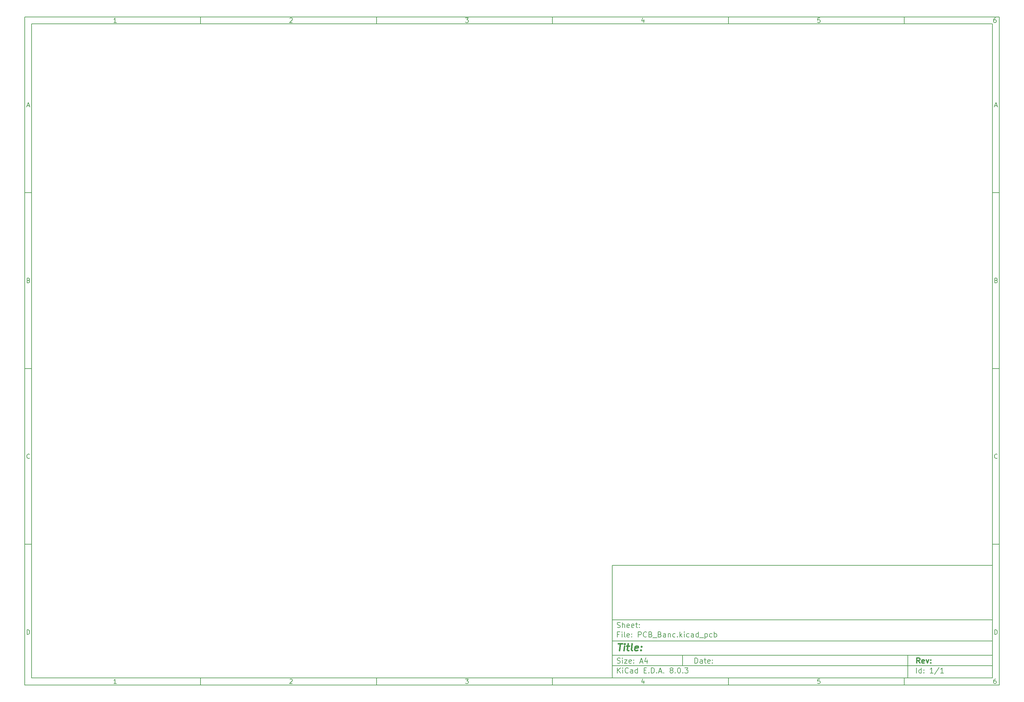
<source format=gbr>
%TF.GenerationSoftware,KiCad,Pcbnew,8.0.3*%
%TF.CreationDate,2024-09-18T10:17:04+02:00*%
%TF.ProjectId,PCB_Banc,5043425f-4261-46e6-932e-6b696361645f,rev?*%
%TF.SameCoordinates,Original*%
%TF.FileFunction,Legend,Bot*%
%TF.FilePolarity,Positive*%
%FSLAX46Y46*%
G04 Gerber Fmt 4.6, Leading zero omitted, Abs format (unit mm)*
G04 Created by KiCad (PCBNEW 8.0.3) date 2024-09-18 10:17:04*
%MOMM*%
%LPD*%
G01*
G04 APERTURE LIST*
%ADD10C,0.100000*%
%ADD11C,0.150000*%
%ADD12C,0.300000*%
%ADD13C,0.400000*%
G04 APERTURE END LIST*
D10*
D11*
X177002200Y-166007200D02*
X285002200Y-166007200D01*
X285002200Y-198007200D01*
X177002200Y-198007200D01*
X177002200Y-166007200D01*
D10*
D11*
X10000000Y-10000000D02*
X287002200Y-10000000D01*
X287002200Y-200007200D01*
X10000000Y-200007200D01*
X10000000Y-10000000D01*
D10*
D11*
X12000000Y-12000000D02*
X285002200Y-12000000D01*
X285002200Y-198007200D01*
X12000000Y-198007200D01*
X12000000Y-12000000D01*
D10*
D11*
X60000000Y-12000000D02*
X60000000Y-10000000D01*
D10*
D11*
X110000000Y-12000000D02*
X110000000Y-10000000D01*
D10*
D11*
X160000000Y-12000000D02*
X160000000Y-10000000D01*
D10*
D11*
X210000000Y-12000000D02*
X210000000Y-10000000D01*
D10*
D11*
X260000000Y-12000000D02*
X260000000Y-10000000D01*
D10*
D11*
X36089160Y-11593604D02*
X35346303Y-11593604D01*
X35717731Y-11593604D02*
X35717731Y-10293604D01*
X35717731Y-10293604D02*
X35593922Y-10479319D01*
X35593922Y-10479319D02*
X35470112Y-10603128D01*
X35470112Y-10603128D02*
X35346303Y-10665033D01*
D10*
D11*
X85346303Y-10417414D02*
X85408207Y-10355509D01*
X85408207Y-10355509D02*
X85532017Y-10293604D01*
X85532017Y-10293604D02*
X85841541Y-10293604D01*
X85841541Y-10293604D02*
X85965350Y-10355509D01*
X85965350Y-10355509D02*
X86027255Y-10417414D01*
X86027255Y-10417414D02*
X86089160Y-10541223D01*
X86089160Y-10541223D02*
X86089160Y-10665033D01*
X86089160Y-10665033D02*
X86027255Y-10850747D01*
X86027255Y-10850747D02*
X85284398Y-11593604D01*
X85284398Y-11593604D02*
X86089160Y-11593604D01*
D10*
D11*
X135284398Y-10293604D02*
X136089160Y-10293604D01*
X136089160Y-10293604D02*
X135655826Y-10788842D01*
X135655826Y-10788842D02*
X135841541Y-10788842D01*
X135841541Y-10788842D02*
X135965350Y-10850747D01*
X135965350Y-10850747D02*
X136027255Y-10912652D01*
X136027255Y-10912652D02*
X136089160Y-11036461D01*
X136089160Y-11036461D02*
X136089160Y-11345985D01*
X136089160Y-11345985D02*
X136027255Y-11469795D01*
X136027255Y-11469795D02*
X135965350Y-11531700D01*
X135965350Y-11531700D02*
X135841541Y-11593604D01*
X135841541Y-11593604D02*
X135470112Y-11593604D01*
X135470112Y-11593604D02*
X135346303Y-11531700D01*
X135346303Y-11531700D02*
X135284398Y-11469795D01*
D10*
D11*
X185965350Y-10726938D02*
X185965350Y-11593604D01*
X185655826Y-10231700D02*
X185346303Y-11160271D01*
X185346303Y-11160271D02*
X186151064Y-11160271D01*
D10*
D11*
X236027255Y-10293604D02*
X235408207Y-10293604D01*
X235408207Y-10293604D02*
X235346303Y-10912652D01*
X235346303Y-10912652D02*
X235408207Y-10850747D01*
X235408207Y-10850747D02*
X235532017Y-10788842D01*
X235532017Y-10788842D02*
X235841541Y-10788842D01*
X235841541Y-10788842D02*
X235965350Y-10850747D01*
X235965350Y-10850747D02*
X236027255Y-10912652D01*
X236027255Y-10912652D02*
X236089160Y-11036461D01*
X236089160Y-11036461D02*
X236089160Y-11345985D01*
X236089160Y-11345985D02*
X236027255Y-11469795D01*
X236027255Y-11469795D02*
X235965350Y-11531700D01*
X235965350Y-11531700D02*
X235841541Y-11593604D01*
X235841541Y-11593604D02*
X235532017Y-11593604D01*
X235532017Y-11593604D02*
X235408207Y-11531700D01*
X235408207Y-11531700D02*
X235346303Y-11469795D01*
D10*
D11*
X285965350Y-10293604D02*
X285717731Y-10293604D01*
X285717731Y-10293604D02*
X285593922Y-10355509D01*
X285593922Y-10355509D02*
X285532017Y-10417414D01*
X285532017Y-10417414D02*
X285408207Y-10603128D01*
X285408207Y-10603128D02*
X285346303Y-10850747D01*
X285346303Y-10850747D02*
X285346303Y-11345985D01*
X285346303Y-11345985D02*
X285408207Y-11469795D01*
X285408207Y-11469795D02*
X285470112Y-11531700D01*
X285470112Y-11531700D02*
X285593922Y-11593604D01*
X285593922Y-11593604D02*
X285841541Y-11593604D01*
X285841541Y-11593604D02*
X285965350Y-11531700D01*
X285965350Y-11531700D02*
X286027255Y-11469795D01*
X286027255Y-11469795D02*
X286089160Y-11345985D01*
X286089160Y-11345985D02*
X286089160Y-11036461D01*
X286089160Y-11036461D02*
X286027255Y-10912652D01*
X286027255Y-10912652D02*
X285965350Y-10850747D01*
X285965350Y-10850747D02*
X285841541Y-10788842D01*
X285841541Y-10788842D02*
X285593922Y-10788842D01*
X285593922Y-10788842D02*
X285470112Y-10850747D01*
X285470112Y-10850747D02*
X285408207Y-10912652D01*
X285408207Y-10912652D02*
X285346303Y-11036461D01*
D10*
D11*
X60000000Y-198007200D02*
X60000000Y-200007200D01*
D10*
D11*
X110000000Y-198007200D02*
X110000000Y-200007200D01*
D10*
D11*
X160000000Y-198007200D02*
X160000000Y-200007200D01*
D10*
D11*
X210000000Y-198007200D02*
X210000000Y-200007200D01*
D10*
D11*
X260000000Y-198007200D02*
X260000000Y-200007200D01*
D10*
D11*
X36089160Y-199600804D02*
X35346303Y-199600804D01*
X35717731Y-199600804D02*
X35717731Y-198300804D01*
X35717731Y-198300804D02*
X35593922Y-198486519D01*
X35593922Y-198486519D02*
X35470112Y-198610328D01*
X35470112Y-198610328D02*
X35346303Y-198672233D01*
D10*
D11*
X85346303Y-198424614D02*
X85408207Y-198362709D01*
X85408207Y-198362709D02*
X85532017Y-198300804D01*
X85532017Y-198300804D02*
X85841541Y-198300804D01*
X85841541Y-198300804D02*
X85965350Y-198362709D01*
X85965350Y-198362709D02*
X86027255Y-198424614D01*
X86027255Y-198424614D02*
X86089160Y-198548423D01*
X86089160Y-198548423D02*
X86089160Y-198672233D01*
X86089160Y-198672233D02*
X86027255Y-198857947D01*
X86027255Y-198857947D02*
X85284398Y-199600804D01*
X85284398Y-199600804D02*
X86089160Y-199600804D01*
D10*
D11*
X135284398Y-198300804D02*
X136089160Y-198300804D01*
X136089160Y-198300804D02*
X135655826Y-198796042D01*
X135655826Y-198796042D02*
X135841541Y-198796042D01*
X135841541Y-198796042D02*
X135965350Y-198857947D01*
X135965350Y-198857947D02*
X136027255Y-198919852D01*
X136027255Y-198919852D02*
X136089160Y-199043661D01*
X136089160Y-199043661D02*
X136089160Y-199353185D01*
X136089160Y-199353185D02*
X136027255Y-199476995D01*
X136027255Y-199476995D02*
X135965350Y-199538900D01*
X135965350Y-199538900D02*
X135841541Y-199600804D01*
X135841541Y-199600804D02*
X135470112Y-199600804D01*
X135470112Y-199600804D02*
X135346303Y-199538900D01*
X135346303Y-199538900D02*
X135284398Y-199476995D01*
D10*
D11*
X185965350Y-198734138D02*
X185965350Y-199600804D01*
X185655826Y-198238900D02*
X185346303Y-199167471D01*
X185346303Y-199167471D02*
X186151064Y-199167471D01*
D10*
D11*
X236027255Y-198300804D02*
X235408207Y-198300804D01*
X235408207Y-198300804D02*
X235346303Y-198919852D01*
X235346303Y-198919852D02*
X235408207Y-198857947D01*
X235408207Y-198857947D02*
X235532017Y-198796042D01*
X235532017Y-198796042D02*
X235841541Y-198796042D01*
X235841541Y-198796042D02*
X235965350Y-198857947D01*
X235965350Y-198857947D02*
X236027255Y-198919852D01*
X236027255Y-198919852D02*
X236089160Y-199043661D01*
X236089160Y-199043661D02*
X236089160Y-199353185D01*
X236089160Y-199353185D02*
X236027255Y-199476995D01*
X236027255Y-199476995D02*
X235965350Y-199538900D01*
X235965350Y-199538900D02*
X235841541Y-199600804D01*
X235841541Y-199600804D02*
X235532017Y-199600804D01*
X235532017Y-199600804D02*
X235408207Y-199538900D01*
X235408207Y-199538900D02*
X235346303Y-199476995D01*
D10*
D11*
X285965350Y-198300804D02*
X285717731Y-198300804D01*
X285717731Y-198300804D02*
X285593922Y-198362709D01*
X285593922Y-198362709D02*
X285532017Y-198424614D01*
X285532017Y-198424614D02*
X285408207Y-198610328D01*
X285408207Y-198610328D02*
X285346303Y-198857947D01*
X285346303Y-198857947D02*
X285346303Y-199353185D01*
X285346303Y-199353185D02*
X285408207Y-199476995D01*
X285408207Y-199476995D02*
X285470112Y-199538900D01*
X285470112Y-199538900D02*
X285593922Y-199600804D01*
X285593922Y-199600804D02*
X285841541Y-199600804D01*
X285841541Y-199600804D02*
X285965350Y-199538900D01*
X285965350Y-199538900D02*
X286027255Y-199476995D01*
X286027255Y-199476995D02*
X286089160Y-199353185D01*
X286089160Y-199353185D02*
X286089160Y-199043661D01*
X286089160Y-199043661D02*
X286027255Y-198919852D01*
X286027255Y-198919852D02*
X285965350Y-198857947D01*
X285965350Y-198857947D02*
X285841541Y-198796042D01*
X285841541Y-198796042D02*
X285593922Y-198796042D01*
X285593922Y-198796042D02*
X285470112Y-198857947D01*
X285470112Y-198857947D02*
X285408207Y-198919852D01*
X285408207Y-198919852D02*
X285346303Y-199043661D01*
D10*
D11*
X10000000Y-60000000D02*
X12000000Y-60000000D01*
D10*
D11*
X10000000Y-110000000D02*
X12000000Y-110000000D01*
D10*
D11*
X10000000Y-160000000D02*
X12000000Y-160000000D01*
D10*
D11*
X10690476Y-35222176D02*
X11309523Y-35222176D01*
X10566666Y-35593604D02*
X10999999Y-34293604D01*
X10999999Y-34293604D02*
X11433333Y-35593604D01*
D10*
D11*
X11092857Y-84912652D02*
X11278571Y-84974557D01*
X11278571Y-84974557D02*
X11340476Y-85036461D01*
X11340476Y-85036461D02*
X11402380Y-85160271D01*
X11402380Y-85160271D02*
X11402380Y-85345985D01*
X11402380Y-85345985D02*
X11340476Y-85469795D01*
X11340476Y-85469795D02*
X11278571Y-85531700D01*
X11278571Y-85531700D02*
X11154761Y-85593604D01*
X11154761Y-85593604D02*
X10659523Y-85593604D01*
X10659523Y-85593604D02*
X10659523Y-84293604D01*
X10659523Y-84293604D02*
X11092857Y-84293604D01*
X11092857Y-84293604D02*
X11216666Y-84355509D01*
X11216666Y-84355509D02*
X11278571Y-84417414D01*
X11278571Y-84417414D02*
X11340476Y-84541223D01*
X11340476Y-84541223D02*
X11340476Y-84665033D01*
X11340476Y-84665033D02*
X11278571Y-84788842D01*
X11278571Y-84788842D02*
X11216666Y-84850747D01*
X11216666Y-84850747D02*
X11092857Y-84912652D01*
X11092857Y-84912652D02*
X10659523Y-84912652D01*
D10*
D11*
X11402380Y-135469795D02*
X11340476Y-135531700D01*
X11340476Y-135531700D02*
X11154761Y-135593604D01*
X11154761Y-135593604D02*
X11030952Y-135593604D01*
X11030952Y-135593604D02*
X10845238Y-135531700D01*
X10845238Y-135531700D02*
X10721428Y-135407890D01*
X10721428Y-135407890D02*
X10659523Y-135284080D01*
X10659523Y-135284080D02*
X10597619Y-135036461D01*
X10597619Y-135036461D02*
X10597619Y-134850747D01*
X10597619Y-134850747D02*
X10659523Y-134603128D01*
X10659523Y-134603128D02*
X10721428Y-134479319D01*
X10721428Y-134479319D02*
X10845238Y-134355509D01*
X10845238Y-134355509D02*
X11030952Y-134293604D01*
X11030952Y-134293604D02*
X11154761Y-134293604D01*
X11154761Y-134293604D02*
X11340476Y-134355509D01*
X11340476Y-134355509D02*
X11402380Y-134417414D01*
D10*
D11*
X10659523Y-185593604D02*
X10659523Y-184293604D01*
X10659523Y-184293604D02*
X10969047Y-184293604D01*
X10969047Y-184293604D02*
X11154761Y-184355509D01*
X11154761Y-184355509D02*
X11278571Y-184479319D01*
X11278571Y-184479319D02*
X11340476Y-184603128D01*
X11340476Y-184603128D02*
X11402380Y-184850747D01*
X11402380Y-184850747D02*
X11402380Y-185036461D01*
X11402380Y-185036461D02*
X11340476Y-185284080D01*
X11340476Y-185284080D02*
X11278571Y-185407890D01*
X11278571Y-185407890D02*
X11154761Y-185531700D01*
X11154761Y-185531700D02*
X10969047Y-185593604D01*
X10969047Y-185593604D02*
X10659523Y-185593604D01*
D10*
D11*
X287002200Y-60000000D02*
X285002200Y-60000000D01*
D10*
D11*
X287002200Y-110000000D02*
X285002200Y-110000000D01*
D10*
D11*
X287002200Y-160000000D02*
X285002200Y-160000000D01*
D10*
D11*
X285692676Y-35222176D02*
X286311723Y-35222176D01*
X285568866Y-35593604D02*
X286002199Y-34293604D01*
X286002199Y-34293604D02*
X286435533Y-35593604D01*
D10*
D11*
X286095057Y-84912652D02*
X286280771Y-84974557D01*
X286280771Y-84974557D02*
X286342676Y-85036461D01*
X286342676Y-85036461D02*
X286404580Y-85160271D01*
X286404580Y-85160271D02*
X286404580Y-85345985D01*
X286404580Y-85345985D02*
X286342676Y-85469795D01*
X286342676Y-85469795D02*
X286280771Y-85531700D01*
X286280771Y-85531700D02*
X286156961Y-85593604D01*
X286156961Y-85593604D02*
X285661723Y-85593604D01*
X285661723Y-85593604D02*
X285661723Y-84293604D01*
X285661723Y-84293604D02*
X286095057Y-84293604D01*
X286095057Y-84293604D02*
X286218866Y-84355509D01*
X286218866Y-84355509D02*
X286280771Y-84417414D01*
X286280771Y-84417414D02*
X286342676Y-84541223D01*
X286342676Y-84541223D02*
X286342676Y-84665033D01*
X286342676Y-84665033D02*
X286280771Y-84788842D01*
X286280771Y-84788842D02*
X286218866Y-84850747D01*
X286218866Y-84850747D02*
X286095057Y-84912652D01*
X286095057Y-84912652D02*
X285661723Y-84912652D01*
D10*
D11*
X286404580Y-135469795D02*
X286342676Y-135531700D01*
X286342676Y-135531700D02*
X286156961Y-135593604D01*
X286156961Y-135593604D02*
X286033152Y-135593604D01*
X286033152Y-135593604D02*
X285847438Y-135531700D01*
X285847438Y-135531700D02*
X285723628Y-135407890D01*
X285723628Y-135407890D02*
X285661723Y-135284080D01*
X285661723Y-135284080D02*
X285599819Y-135036461D01*
X285599819Y-135036461D02*
X285599819Y-134850747D01*
X285599819Y-134850747D02*
X285661723Y-134603128D01*
X285661723Y-134603128D02*
X285723628Y-134479319D01*
X285723628Y-134479319D02*
X285847438Y-134355509D01*
X285847438Y-134355509D02*
X286033152Y-134293604D01*
X286033152Y-134293604D02*
X286156961Y-134293604D01*
X286156961Y-134293604D02*
X286342676Y-134355509D01*
X286342676Y-134355509D02*
X286404580Y-134417414D01*
D10*
D11*
X285661723Y-185593604D02*
X285661723Y-184293604D01*
X285661723Y-184293604D02*
X285971247Y-184293604D01*
X285971247Y-184293604D02*
X286156961Y-184355509D01*
X286156961Y-184355509D02*
X286280771Y-184479319D01*
X286280771Y-184479319D02*
X286342676Y-184603128D01*
X286342676Y-184603128D02*
X286404580Y-184850747D01*
X286404580Y-184850747D02*
X286404580Y-185036461D01*
X286404580Y-185036461D02*
X286342676Y-185284080D01*
X286342676Y-185284080D02*
X286280771Y-185407890D01*
X286280771Y-185407890D02*
X286156961Y-185531700D01*
X286156961Y-185531700D02*
X285971247Y-185593604D01*
X285971247Y-185593604D02*
X285661723Y-185593604D01*
D10*
D11*
X200458026Y-193793328D02*
X200458026Y-192293328D01*
X200458026Y-192293328D02*
X200815169Y-192293328D01*
X200815169Y-192293328D02*
X201029455Y-192364757D01*
X201029455Y-192364757D02*
X201172312Y-192507614D01*
X201172312Y-192507614D02*
X201243741Y-192650471D01*
X201243741Y-192650471D02*
X201315169Y-192936185D01*
X201315169Y-192936185D02*
X201315169Y-193150471D01*
X201315169Y-193150471D02*
X201243741Y-193436185D01*
X201243741Y-193436185D02*
X201172312Y-193579042D01*
X201172312Y-193579042D02*
X201029455Y-193721900D01*
X201029455Y-193721900D02*
X200815169Y-193793328D01*
X200815169Y-193793328D02*
X200458026Y-193793328D01*
X202600884Y-193793328D02*
X202600884Y-193007614D01*
X202600884Y-193007614D02*
X202529455Y-192864757D01*
X202529455Y-192864757D02*
X202386598Y-192793328D01*
X202386598Y-192793328D02*
X202100884Y-192793328D01*
X202100884Y-192793328D02*
X201958026Y-192864757D01*
X202600884Y-193721900D02*
X202458026Y-193793328D01*
X202458026Y-193793328D02*
X202100884Y-193793328D01*
X202100884Y-193793328D02*
X201958026Y-193721900D01*
X201958026Y-193721900D02*
X201886598Y-193579042D01*
X201886598Y-193579042D02*
X201886598Y-193436185D01*
X201886598Y-193436185D02*
X201958026Y-193293328D01*
X201958026Y-193293328D02*
X202100884Y-193221900D01*
X202100884Y-193221900D02*
X202458026Y-193221900D01*
X202458026Y-193221900D02*
X202600884Y-193150471D01*
X203100884Y-192793328D02*
X203672312Y-192793328D01*
X203315169Y-192293328D02*
X203315169Y-193579042D01*
X203315169Y-193579042D02*
X203386598Y-193721900D01*
X203386598Y-193721900D02*
X203529455Y-193793328D01*
X203529455Y-193793328D02*
X203672312Y-193793328D01*
X204743741Y-193721900D02*
X204600884Y-193793328D01*
X204600884Y-193793328D02*
X204315170Y-193793328D01*
X204315170Y-193793328D02*
X204172312Y-193721900D01*
X204172312Y-193721900D02*
X204100884Y-193579042D01*
X204100884Y-193579042D02*
X204100884Y-193007614D01*
X204100884Y-193007614D02*
X204172312Y-192864757D01*
X204172312Y-192864757D02*
X204315170Y-192793328D01*
X204315170Y-192793328D02*
X204600884Y-192793328D01*
X204600884Y-192793328D02*
X204743741Y-192864757D01*
X204743741Y-192864757D02*
X204815170Y-193007614D01*
X204815170Y-193007614D02*
X204815170Y-193150471D01*
X204815170Y-193150471D02*
X204100884Y-193293328D01*
X205458026Y-193650471D02*
X205529455Y-193721900D01*
X205529455Y-193721900D02*
X205458026Y-193793328D01*
X205458026Y-193793328D02*
X205386598Y-193721900D01*
X205386598Y-193721900D02*
X205458026Y-193650471D01*
X205458026Y-193650471D02*
X205458026Y-193793328D01*
X205458026Y-192864757D02*
X205529455Y-192936185D01*
X205529455Y-192936185D02*
X205458026Y-193007614D01*
X205458026Y-193007614D02*
X205386598Y-192936185D01*
X205386598Y-192936185D02*
X205458026Y-192864757D01*
X205458026Y-192864757D02*
X205458026Y-193007614D01*
D10*
D11*
X177002200Y-194507200D02*
X285002200Y-194507200D01*
D10*
D11*
X178458026Y-196593328D02*
X178458026Y-195093328D01*
X179315169Y-196593328D02*
X178672312Y-195736185D01*
X179315169Y-195093328D02*
X178458026Y-195950471D01*
X179958026Y-196593328D02*
X179958026Y-195593328D01*
X179958026Y-195093328D02*
X179886598Y-195164757D01*
X179886598Y-195164757D02*
X179958026Y-195236185D01*
X179958026Y-195236185D02*
X180029455Y-195164757D01*
X180029455Y-195164757D02*
X179958026Y-195093328D01*
X179958026Y-195093328D02*
X179958026Y-195236185D01*
X181529455Y-196450471D02*
X181458027Y-196521900D01*
X181458027Y-196521900D02*
X181243741Y-196593328D01*
X181243741Y-196593328D02*
X181100884Y-196593328D01*
X181100884Y-196593328D02*
X180886598Y-196521900D01*
X180886598Y-196521900D02*
X180743741Y-196379042D01*
X180743741Y-196379042D02*
X180672312Y-196236185D01*
X180672312Y-196236185D02*
X180600884Y-195950471D01*
X180600884Y-195950471D02*
X180600884Y-195736185D01*
X180600884Y-195736185D02*
X180672312Y-195450471D01*
X180672312Y-195450471D02*
X180743741Y-195307614D01*
X180743741Y-195307614D02*
X180886598Y-195164757D01*
X180886598Y-195164757D02*
X181100884Y-195093328D01*
X181100884Y-195093328D02*
X181243741Y-195093328D01*
X181243741Y-195093328D02*
X181458027Y-195164757D01*
X181458027Y-195164757D02*
X181529455Y-195236185D01*
X182815170Y-196593328D02*
X182815170Y-195807614D01*
X182815170Y-195807614D02*
X182743741Y-195664757D01*
X182743741Y-195664757D02*
X182600884Y-195593328D01*
X182600884Y-195593328D02*
X182315170Y-195593328D01*
X182315170Y-195593328D02*
X182172312Y-195664757D01*
X182815170Y-196521900D02*
X182672312Y-196593328D01*
X182672312Y-196593328D02*
X182315170Y-196593328D01*
X182315170Y-196593328D02*
X182172312Y-196521900D01*
X182172312Y-196521900D02*
X182100884Y-196379042D01*
X182100884Y-196379042D02*
X182100884Y-196236185D01*
X182100884Y-196236185D02*
X182172312Y-196093328D01*
X182172312Y-196093328D02*
X182315170Y-196021900D01*
X182315170Y-196021900D02*
X182672312Y-196021900D01*
X182672312Y-196021900D02*
X182815170Y-195950471D01*
X184172313Y-196593328D02*
X184172313Y-195093328D01*
X184172313Y-196521900D02*
X184029455Y-196593328D01*
X184029455Y-196593328D02*
X183743741Y-196593328D01*
X183743741Y-196593328D02*
X183600884Y-196521900D01*
X183600884Y-196521900D02*
X183529455Y-196450471D01*
X183529455Y-196450471D02*
X183458027Y-196307614D01*
X183458027Y-196307614D02*
X183458027Y-195879042D01*
X183458027Y-195879042D02*
X183529455Y-195736185D01*
X183529455Y-195736185D02*
X183600884Y-195664757D01*
X183600884Y-195664757D02*
X183743741Y-195593328D01*
X183743741Y-195593328D02*
X184029455Y-195593328D01*
X184029455Y-195593328D02*
X184172313Y-195664757D01*
X186029455Y-195807614D02*
X186529455Y-195807614D01*
X186743741Y-196593328D02*
X186029455Y-196593328D01*
X186029455Y-196593328D02*
X186029455Y-195093328D01*
X186029455Y-195093328D02*
X186743741Y-195093328D01*
X187386598Y-196450471D02*
X187458027Y-196521900D01*
X187458027Y-196521900D02*
X187386598Y-196593328D01*
X187386598Y-196593328D02*
X187315170Y-196521900D01*
X187315170Y-196521900D02*
X187386598Y-196450471D01*
X187386598Y-196450471D02*
X187386598Y-196593328D01*
X188100884Y-196593328D02*
X188100884Y-195093328D01*
X188100884Y-195093328D02*
X188458027Y-195093328D01*
X188458027Y-195093328D02*
X188672313Y-195164757D01*
X188672313Y-195164757D02*
X188815170Y-195307614D01*
X188815170Y-195307614D02*
X188886599Y-195450471D01*
X188886599Y-195450471D02*
X188958027Y-195736185D01*
X188958027Y-195736185D02*
X188958027Y-195950471D01*
X188958027Y-195950471D02*
X188886599Y-196236185D01*
X188886599Y-196236185D02*
X188815170Y-196379042D01*
X188815170Y-196379042D02*
X188672313Y-196521900D01*
X188672313Y-196521900D02*
X188458027Y-196593328D01*
X188458027Y-196593328D02*
X188100884Y-196593328D01*
X189600884Y-196450471D02*
X189672313Y-196521900D01*
X189672313Y-196521900D02*
X189600884Y-196593328D01*
X189600884Y-196593328D02*
X189529456Y-196521900D01*
X189529456Y-196521900D02*
X189600884Y-196450471D01*
X189600884Y-196450471D02*
X189600884Y-196593328D01*
X190243742Y-196164757D02*
X190958028Y-196164757D01*
X190100885Y-196593328D02*
X190600885Y-195093328D01*
X190600885Y-195093328D02*
X191100885Y-196593328D01*
X191600884Y-196450471D02*
X191672313Y-196521900D01*
X191672313Y-196521900D02*
X191600884Y-196593328D01*
X191600884Y-196593328D02*
X191529456Y-196521900D01*
X191529456Y-196521900D02*
X191600884Y-196450471D01*
X191600884Y-196450471D02*
X191600884Y-196593328D01*
X193672313Y-195736185D02*
X193529456Y-195664757D01*
X193529456Y-195664757D02*
X193458027Y-195593328D01*
X193458027Y-195593328D02*
X193386599Y-195450471D01*
X193386599Y-195450471D02*
X193386599Y-195379042D01*
X193386599Y-195379042D02*
X193458027Y-195236185D01*
X193458027Y-195236185D02*
X193529456Y-195164757D01*
X193529456Y-195164757D02*
X193672313Y-195093328D01*
X193672313Y-195093328D02*
X193958027Y-195093328D01*
X193958027Y-195093328D02*
X194100885Y-195164757D01*
X194100885Y-195164757D02*
X194172313Y-195236185D01*
X194172313Y-195236185D02*
X194243742Y-195379042D01*
X194243742Y-195379042D02*
X194243742Y-195450471D01*
X194243742Y-195450471D02*
X194172313Y-195593328D01*
X194172313Y-195593328D02*
X194100885Y-195664757D01*
X194100885Y-195664757D02*
X193958027Y-195736185D01*
X193958027Y-195736185D02*
X193672313Y-195736185D01*
X193672313Y-195736185D02*
X193529456Y-195807614D01*
X193529456Y-195807614D02*
X193458027Y-195879042D01*
X193458027Y-195879042D02*
X193386599Y-196021900D01*
X193386599Y-196021900D02*
X193386599Y-196307614D01*
X193386599Y-196307614D02*
X193458027Y-196450471D01*
X193458027Y-196450471D02*
X193529456Y-196521900D01*
X193529456Y-196521900D02*
X193672313Y-196593328D01*
X193672313Y-196593328D02*
X193958027Y-196593328D01*
X193958027Y-196593328D02*
X194100885Y-196521900D01*
X194100885Y-196521900D02*
X194172313Y-196450471D01*
X194172313Y-196450471D02*
X194243742Y-196307614D01*
X194243742Y-196307614D02*
X194243742Y-196021900D01*
X194243742Y-196021900D02*
X194172313Y-195879042D01*
X194172313Y-195879042D02*
X194100885Y-195807614D01*
X194100885Y-195807614D02*
X193958027Y-195736185D01*
X194886598Y-196450471D02*
X194958027Y-196521900D01*
X194958027Y-196521900D02*
X194886598Y-196593328D01*
X194886598Y-196593328D02*
X194815170Y-196521900D01*
X194815170Y-196521900D02*
X194886598Y-196450471D01*
X194886598Y-196450471D02*
X194886598Y-196593328D01*
X195886599Y-195093328D02*
X196029456Y-195093328D01*
X196029456Y-195093328D02*
X196172313Y-195164757D01*
X196172313Y-195164757D02*
X196243742Y-195236185D01*
X196243742Y-195236185D02*
X196315170Y-195379042D01*
X196315170Y-195379042D02*
X196386599Y-195664757D01*
X196386599Y-195664757D02*
X196386599Y-196021900D01*
X196386599Y-196021900D02*
X196315170Y-196307614D01*
X196315170Y-196307614D02*
X196243742Y-196450471D01*
X196243742Y-196450471D02*
X196172313Y-196521900D01*
X196172313Y-196521900D02*
X196029456Y-196593328D01*
X196029456Y-196593328D02*
X195886599Y-196593328D01*
X195886599Y-196593328D02*
X195743742Y-196521900D01*
X195743742Y-196521900D02*
X195672313Y-196450471D01*
X195672313Y-196450471D02*
X195600884Y-196307614D01*
X195600884Y-196307614D02*
X195529456Y-196021900D01*
X195529456Y-196021900D02*
X195529456Y-195664757D01*
X195529456Y-195664757D02*
X195600884Y-195379042D01*
X195600884Y-195379042D02*
X195672313Y-195236185D01*
X195672313Y-195236185D02*
X195743742Y-195164757D01*
X195743742Y-195164757D02*
X195886599Y-195093328D01*
X197029455Y-196450471D02*
X197100884Y-196521900D01*
X197100884Y-196521900D02*
X197029455Y-196593328D01*
X197029455Y-196593328D02*
X196958027Y-196521900D01*
X196958027Y-196521900D02*
X197029455Y-196450471D01*
X197029455Y-196450471D02*
X197029455Y-196593328D01*
X197600884Y-195093328D02*
X198529456Y-195093328D01*
X198529456Y-195093328D02*
X198029456Y-195664757D01*
X198029456Y-195664757D02*
X198243741Y-195664757D01*
X198243741Y-195664757D02*
X198386599Y-195736185D01*
X198386599Y-195736185D02*
X198458027Y-195807614D01*
X198458027Y-195807614D02*
X198529456Y-195950471D01*
X198529456Y-195950471D02*
X198529456Y-196307614D01*
X198529456Y-196307614D02*
X198458027Y-196450471D01*
X198458027Y-196450471D02*
X198386599Y-196521900D01*
X198386599Y-196521900D02*
X198243741Y-196593328D01*
X198243741Y-196593328D02*
X197815170Y-196593328D01*
X197815170Y-196593328D02*
X197672313Y-196521900D01*
X197672313Y-196521900D02*
X197600884Y-196450471D01*
D10*
D11*
X177002200Y-191507200D02*
X285002200Y-191507200D01*
D10*
D12*
X264413853Y-193785528D02*
X263913853Y-193071242D01*
X263556710Y-193785528D02*
X263556710Y-192285528D01*
X263556710Y-192285528D02*
X264128139Y-192285528D01*
X264128139Y-192285528D02*
X264270996Y-192356957D01*
X264270996Y-192356957D02*
X264342425Y-192428385D01*
X264342425Y-192428385D02*
X264413853Y-192571242D01*
X264413853Y-192571242D02*
X264413853Y-192785528D01*
X264413853Y-192785528D02*
X264342425Y-192928385D01*
X264342425Y-192928385D02*
X264270996Y-192999814D01*
X264270996Y-192999814D02*
X264128139Y-193071242D01*
X264128139Y-193071242D02*
X263556710Y-193071242D01*
X265628139Y-193714100D02*
X265485282Y-193785528D01*
X265485282Y-193785528D02*
X265199568Y-193785528D01*
X265199568Y-193785528D02*
X265056710Y-193714100D01*
X265056710Y-193714100D02*
X264985282Y-193571242D01*
X264985282Y-193571242D02*
X264985282Y-192999814D01*
X264985282Y-192999814D02*
X265056710Y-192856957D01*
X265056710Y-192856957D02*
X265199568Y-192785528D01*
X265199568Y-192785528D02*
X265485282Y-192785528D01*
X265485282Y-192785528D02*
X265628139Y-192856957D01*
X265628139Y-192856957D02*
X265699568Y-192999814D01*
X265699568Y-192999814D02*
X265699568Y-193142671D01*
X265699568Y-193142671D02*
X264985282Y-193285528D01*
X266199567Y-192785528D02*
X266556710Y-193785528D01*
X266556710Y-193785528D02*
X266913853Y-192785528D01*
X267485281Y-193642671D02*
X267556710Y-193714100D01*
X267556710Y-193714100D02*
X267485281Y-193785528D01*
X267485281Y-193785528D02*
X267413853Y-193714100D01*
X267413853Y-193714100D02*
X267485281Y-193642671D01*
X267485281Y-193642671D02*
X267485281Y-193785528D01*
X267485281Y-192856957D02*
X267556710Y-192928385D01*
X267556710Y-192928385D02*
X267485281Y-192999814D01*
X267485281Y-192999814D02*
X267413853Y-192928385D01*
X267413853Y-192928385D02*
X267485281Y-192856957D01*
X267485281Y-192856957D02*
X267485281Y-192999814D01*
D10*
D11*
X178386598Y-193721900D02*
X178600884Y-193793328D01*
X178600884Y-193793328D02*
X178958026Y-193793328D01*
X178958026Y-193793328D02*
X179100884Y-193721900D01*
X179100884Y-193721900D02*
X179172312Y-193650471D01*
X179172312Y-193650471D02*
X179243741Y-193507614D01*
X179243741Y-193507614D02*
X179243741Y-193364757D01*
X179243741Y-193364757D02*
X179172312Y-193221900D01*
X179172312Y-193221900D02*
X179100884Y-193150471D01*
X179100884Y-193150471D02*
X178958026Y-193079042D01*
X178958026Y-193079042D02*
X178672312Y-193007614D01*
X178672312Y-193007614D02*
X178529455Y-192936185D01*
X178529455Y-192936185D02*
X178458026Y-192864757D01*
X178458026Y-192864757D02*
X178386598Y-192721900D01*
X178386598Y-192721900D02*
X178386598Y-192579042D01*
X178386598Y-192579042D02*
X178458026Y-192436185D01*
X178458026Y-192436185D02*
X178529455Y-192364757D01*
X178529455Y-192364757D02*
X178672312Y-192293328D01*
X178672312Y-192293328D02*
X179029455Y-192293328D01*
X179029455Y-192293328D02*
X179243741Y-192364757D01*
X179886597Y-193793328D02*
X179886597Y-192793328D01*
X179886597Y-192293328D02*
X179815169Y-192364757D01*
X179815169Y-192364757D02*
X179886597Y-192436185D01*
X179886597Y-192436185D02*
X179958026Y-192364757D01*
X179958026Y-192364757D02*
X179886597Y-192293328D01*
X179886597Y-192293328D02*
X179886597Y-192436185D01*
X180458026Y-192793328D02*
X181243741Y-192793328D01*
X181243741Y-192793328D02*
X180458026Y-193793328D01*
X180458026Y-193793328D02*
X181243741Y-193793328D01*
X182386598Y-193721900D02*
X182243741Y-193793328D01*
X182243741Y-193793328D02*
X181958027Y-193793328D01*
X181958027Y-193793328D02*
X181815169Y-193721900D01*
X181815169Y-193721900D02*
X181743741Y-193579042D01*
X181743741Y-193579042D02*
X181743741Y-193007614D01*
X181743741Y-193007614D02*
X181815169Y-192864757D01*
X181815169Y-192864757D02*
X181958027Y-192793328D01*
X181958027Y-192793328D02*
X182243741Y-192793328D01*
X182243741Y-192793328D02*
X182386598Y-192864757D01*
X182386598Y-192864757D02*
X182458027Y-193007614D01*
X182458027Y-193007614D02*
X182458027Y-193150471D01*
X182458027Y-193150471D02*
X181743741Y-193293328D01*
X183100883Y-193650471D02*
X183172312Y-193721900D01*
X183172312Y-193721900D02*
X183100883Y-193793328D01*
X183100883Y-193793328D02*
X183029455Y-193721900D01*
X183029455Y-193721900D02*
X183100883Y-193650471D01*
X183100883Y-193650471D02*
X183100883Y-193793328D01*
X183100883Y-192864757D02*
X183172312Y-192936185D01*
X183172312Y-192936185D02*
X183100883Y-193007614D01*
X183100883Y-193007614D02*
X183029455Y-192936185D01*
X183029455Y-192936185D02*
X183100883Y-192864757D01*
X183100883Y-192864757D02*
X183100883Y-193007614D01*
X184886598Y-193364757D02*
X185600884Y-193364757D01*
X184743741Y-193793328D02*
X185243741Y-192293328D01*
X185243741Y-192293328D02*
X185743741Y-193793328D01*
X186886598Y-192793328D02*
X186886598Y-193793328D01*
X186529455Y-192221900D02*
X186172312Y-193293328D01*
X186172312Y-193293328D02*
X187100883Y-193293328D01*
D10*
D11*
X263458026Y-196593328D02*
X263458026Y-195093328D01*
X264815170Y-196593328D02*
X264815170Y-195093328D01*
X264815170Y-196521900D02*
X264672312Y-196593328D01*
X264672312Y-196593328D02*
X264386598Y-196593328D01*
X264386598Y-196593328D02*
X264243741Y-196521900D01*
X264243741Y-196521900D02*
X264172312Y-196450471D01*
X264172312Y-196450471D02*
X264100884Y-196307614D01*
X264100884Y-196307614D02*
X264100884Y-195879042D01*
X264100884Y-195879042D02*
X264172312Y-195736185D01*
X264172312Y-195736185D02*
X264243741Y-195664757D01*
X264243741Y-195664757D02*
X264386598Y-195593328D01*
X264386598Y-195593328D02*
X264672312Y-195593328D01*
X264672312Y-195593328D02*
X264815170Y-195664757D01*
X265529455Y-196450471D02*
X265600884Y-196521900D01*
X265600884Y-196521900D02*
X265529455Y-196593328D01*
X265529455Y-196593328D02*
X265458027Y-196521900D01*
X265458027Y-196521900D02*
X265529455Y-196450471D01*
X265529455Y-196450471D02*
X265529455Y-196593328D01*
X265529455Y-195664757D02*
X265600884Y-195736185D01*
X265600884Y-195736185D02*
X265529455Y-195807614D01*
X265529455Y-195807614D02*
X265458027Y-195736185D01*
X265458027Y-195736185D02*
X265529455Y-195664757D01*
X265529455Y-195664757D02*
X265529455Y-195807614D01*
X268172313Y-196593328D02*
X267315170Y-196593328D01*
X267743741Y-196593328D02*
X267743741Y-195093328D01*
X267743741Y-195093328D02*
X267600884Y-195307614D01*
X267600884Y-195307614D02*
X267458027Y-195450471D01*
X267458027Y-195450471D02*
X267315170Y-195521900D01*
X269886598Y-195021900D02*
X268600884Y-196950471D01*
X271172313Y-196593328D02*
X270315170Y-196593328D01*
X270743741Y-196593328D02*
X270743741Y-195093328D01*
X270743741Y-195093328D02*
X270600884Y-195307614D01*
X270600884Y-195307614D02*
X270458027Y-195450471D01*
X270458027Y-195450471D02*
X270315170Y-195521900D01*
D10*
D11*
X177002200Y-187507200D02*
X285002200Y-187507200D01*
D10*
D13*
X178693928Y-188211638D02*
X179836785Y-188211638D01*
X179015357Y-190211638D02*
X179265357Y-188211638D01*
X180253452Y-190211638D02*
X180420119Y-188878304D01*
X180503452Y-188211638D02*
X180396309Y-188306876D01*
X180396309Y-188306876D02*
X180479643Y-188402114D01*
X180479643Y-188402114D02*
X180586786Y-188306876D01*
X180586786Y-188306876D02*
X180503452Y-188211638D01*
X180503452Y-188211638D02*
X180479643Y-188402114D01*
X181086786Y-188878304D02*
X181848690Y-188878304D01*
X181455833Y-188211638D02*
X181241548Y-189925923D01*
X181241548Y-189925923D02*
X181312976Y-190116400D01*
X181312976Y-190116400D02*
X181491548Y-190211638D01*
X181491548Y-190211638D02*
X181682024Y-190211638D01*
X182634405Y-190211638D02*
X182455833Y-190116400D01*
X182455833Y-190116400D02*
X182384405Y-189925923D01*
X182384405Y-189925923D02*
X182598690Y-188211638D01*
X184170119Y-190116400D02*
X183967738Y-190211638D01*
X183967738Y-190211638D02*
X183586785Y-190211638D01*
X183586785Y-190211638D02*
X183408214Y-190116400D01*
X183408214Y-190116400D02*
X183336785Y-189925923D01*
X183336785Y-189925923D02*
X183432024Y-189164019D01*
X183432024Y-189164019D02*
X183551071Y-188973542D01*
X183551071Y-188973542D02*
X183753452Y-188878304D01*
X183753452Y-188878304D02*
X184134404Y-188878304D01*
X184134404Y-188878304D02*
X184312976Y-188973542D01*
X184312976Y-188973542D02*
X184384404Y-189164019D01*
X184384404Y-189164019D02*
X184360595Y-189354495D01*
X184360595Y-189354495D02*
X183384404Y-189544971D01*
X185134405Y-190021161D02*
X185217738Y-190116400D01*
X185217738Y-190116400D02*
X185110595Y-190211638D01*
X185110595Y-190211638D02*
X185027262Y-190116400D01*
X185027262Y-190116400D02*
X185134405Y-190021161D01*
X185134405Y-190021161D02*
X185110595Y-190211638D01*
X185265357Y-188973542D02*
X185348690Y-189068780D01*
X185348690Y-189068780D02*
X185241548Y-189164019D01*
X185241548Y-189164019D02*
X185158214Y-189068780D01*
X185158214Y-189068780D02*
X185265357Y-188973542D01*
X185265357Y-188973542D02*
X185241548Y-189164019D01*
D10*
D11*
X178958026Y-185607614D02*
X178458026Y-185607614D01*
X178458026Y-186393328D02*
X178458026Y-184893328D01*
X178458026Y-184893328D02*
X179172312Y-184893328D01*
X179743740Y-186393328D02*
X179743740Y-185393328D01*
X179743740Y-184893328D02*
X179672312Y-184964757D01*
X179672312Y-184964757D02*
X179743740Y-185036185D01*
X179743740Y-185036185D02*
X179815169Y-184964757D01*
X179815169Y-184964757D02*
X179743740Y-184893328D01*
X179743740Y-184893328D02*
X179743740Y-185036185D01*
X180672312Y-186393328D02*
X180529455Y-186321900D01*
X180529455Y-186321900D02*
X180458026Y-186179042D01*
X180458026Y-186179042D02*
X180458026Y-184893328D01*
X181815169Y-186321900D02*
X181672312Y-186393328D01*
X181672312Y-186393328D02*
X181386598Y-186393328D01*
X181386598Y-186393328D02*
X181243740Y-186321900D01*
X181243740Y-186321900D02*
X181172312Y-186179042D01*
X181172312Y-186179042D02*
X181172312Y-185607614D01*
X181172312Y-185607614D02*
X181243740Y-185464757D01*
X181243740Y-185464757D02*
X181386598Y-185393328D01*
X181386598Y-185393328D02*
X181672312Y-185393328D01*
X181672312Y-185393328D02*
X181815169Y-185464757D01*
X181815169Y-185464757D02*
X181886598Y-185607614D01*
X181886598Y-185607614D02*
X181886598Y-185750471D01*
X181886598Y-185750471D02*
X181172312Y-185893328D01*
X182529454Y-186250471D02*
X182600883Y-186321900D01*
X182600883Y-186321900D02*
X182529454Y-186393328D01*
X182529454Y-186393328D02*
X182458026Y-186321900D01*
X182458026Y-186321900D02*
X182529454Y-186250471D01*
X182529454Y-186250471D02*
X182529454Y-186393328D01*
X182529454Y-185464757D02*
X182600883Y-185536185D01*
X182600883Y-185536185D02*
X182529454Y-185607614D01*
X182529454Y-185607614D02*
X182458026Y-185536185D01*
X182458026Y-185536185D02*
X182529454Y-185464757D01*
X182529454Y-185464757D02*
X182529454Y-185607614D01*
X184386597Y-186393328D02*
X184386597Y-184893328D01*
X184386597Y-184893328D02*
X184958026Y-184893328D01*
X184958026Y-184893328D02*
X185100883Y-184964757D01*
X185100883Y-184964757D02*
X185172312Y-185036185D01*
X185172312Y-185036185D02*
X185243740Y-185179042D01*
X185243740Y-185179042D02*
X185243740Y-185393328D01*
X185243740Y-185393328D02*
X185172312Y-185536185D01*
X185172312Y-185536185D02*
X185100883Y-185607614D01*
X185100883Y-185607614D02*
X184958026Y-185679042D01*
X184958026Y-185679042D02*
X184386597Y-185679042D01*
X186743740Y-186250471D02*
X186672312Y-186321900D01*
X186672312Y-186321900D02*
X186458026Y-186393328D01*
X186458026Y-186393328D02*
X186315169Y-186393328D01*
X186315169Y-186393328D02*
X186100883Y-186321900D01*
X186100883Y-186321900D02*
X185958026Y-186179042D01*
X185958026Y-186179042D02*
X185886597Y-186036185D01*
X185886597Y-186036185D02*
X185815169Y-185750471D01*
X185815169Y-185750471D02*
X185815169Y-185536185D01*
X185815169Y-185536185D02*
X185886597Y-185250471D01*
X185886597Y-185250471D02*
X185958026Y-185107614D01*
X185958026Y-185107614D02*
X186100883Y-184964757D01*
X186100883Y-184964757D02*
X186315169Y-184893328D01*
X186315169Y-184893328D02*
X186458026Y-184893328D01*
X186458026Y-184893328D02*
X186672312Y-184964757D01*
X186672312Y-184964757D02*
X186743740Y-185036185D01*
X187886597Y-185607614D02*
X188100883Y-185679042D01*
X188100883Y-185679042D02*
X188172312Y-185750471D01*
X188172312Y-185750471D02*
X188243740Y-185893328D01*
X188243740Y-185893328D02*
X188243740Y-186107614D01*
X188243740Y-186107614D02*
X188172312Y-186250471D01*
X188172312Y-186250471D02*
X188100883Y-186321900D01*
X188100883Y-186321900D02*
X187958026Y-186393328D01*
X187958026Y-186393328D02*
X187386597Y-186393328D01*
X187386597Y-186393328D02*
X187386597Y-184893328D01*
X187386597Y-184893328D02*
X187886597Y-184893328D01*
X187886597Y-184893328D02*
X188029455Y-184964757D01*
X188029455Y-184964757D02*
X188100883Y-185036185D01*
X188100883Y-185036185D02*
X188172312Y-185179042D01*
X188172312Y-185179042D02*
X188172312Y-185321900D01*
X188172312Y-185321900D02*
X188100883Y-185464757D01*
X188100883Y-185464757D02*
X188029455Y-185536185D01*
X188029455Y-185536185D02*
X187886597Y-185607614D01*
X187886597Y-185607614D02*
X187386597Y-185607614D01*
X188529455Y-186536185D02*
X189672312Y-186536185D01*
X190529454Y-185607614D02*
X190743740Y-185679042D01*
X190743740Y-185679042D02*
X190815169Y-185750471D01*
X190815169Y-185750471D02*
X190886597Y-185893328D01*
X190886597Y-185893328D02*
X190886597Y-186107614D01*
X190886597Y-186107614D02*
X190815169Y-186250471D01*
X190815169Y-186250471D02*
X190743740Y-186321900D01*
X190743740Y-186321900D02*
X190600883Y-186393328D01*
X190600883Y-186393328D02*
X190029454Y-186393328D01*
X190029454Y-186393328D02*
X190029454Y-184893328D01*
X190029454Y-184893328D02*
X190529454Y-184893328D01*
X190529454Y-184893328D02*
X190672312Y-184964757D01*
X190672312Y-184964757D02*
X190743740Y-185036185D01*
X190743740Y-185036185D02*
X190815169Y-185179042D01*
X190815169Y-185179042D02*
X190815169Y-185321900D01*
X190815169Y-185321900D02*
X190743740Y-185464757D01*
X190743740Y-185464757D02*
X190672312Y-185536185D01*
X190672312Y-185536185D02*
X190529454Y-185607614D01*
X190529454Y-185607614D02*
X190029454Y-185607614D01*
X192172312Y-186393328D02*
X192172312Y-185607614D01*
X192172312Y-185607614D02*
X192100883Y-185464757D01*
X192100883Y-185464757D02*
X191958026Y-185393328D01*
X191958026Y-185393328D02*
X191672312Y-185393328D01*
X191672312Y-185393328D02*
X191529454Y-185464757D01*
X192172312Y-186321900D02*
X192029454Y-186393328D01*
X192029454Y-186393328D02*
X191672312Y-186393328D01*
X191672312Y-186393328D02*
X191529454Y-186321900D01*
X191529454Y-186321900D02*
X191458026Y-186179042D01*
X191458026Y-186179042D02*
X191458026Y-186036185D01*
X191458026Y-186036185D02*
X191529454Y-185893328D01*
X191529454Y-185893328D02*
X191672312Y-185821900D01*
X191672312Y-185821900D02*
X192029454Y-185821900D01*
X192029454Y-185821900D02*
X192172312Y-185750471D01*
X192886597Y-185393328D02*
X192886597Y-186393328D01*
X192886597Y-185536185D02*
X192958026Y-185464757D01*
X192958026Y-185464757D02*
X193100883Y-185393328D01*
X193100883Y-185393328D02*
X193315169Y-185393328D01*
X193315169Y-185393328D02*
X193458026Y-185464757D01*
X193458026Y-185464757D02*
X193529455Y-185607614D01*
X193529455Y-185607614D02*
X193529455Y-186393328D01*
X194886598Y-186321900D02*
X194743740Y-186393328D01*
X194743740Y-186393328D02*
X194458026Y-186393328D01*
X194458026Y-186393328D02*
X194315169Y-186321900D01*
X194315169Y-186321900D02*
X194243740Y-186250471D01*
X194243740Y-186250471D02*
X194172312Y-186107614D01*
X194172312Y-186107614D02*
X194172312Y-185679042D01*
X194172312Y-185679042D02*
X194243740Y-185536185D01*
X194243740Y-185536185D02*
X194315169Y-185464757D01*
X194315169Y-185464757D02*
X194458026Y-185393328D01*
X194458026Y-185393328D02*
X194743740Y-185393328D01*
X194743740Y-185393328D02*
X194886598Y-185464757D01*
X195529454Y-186250471D02*
X195600883Y-186321900D01*
X195600883Y-186321900D02*
X195529454Y-186393328D01*
X195529454Y-186393328D02*
X195458026Y-186321900D01*
X195458026Y-186321900D02*
X195529454Y-186250471D01*
X195529454Y-186250471D02*
X195529454Y-186393328D01*
X196243740Y-186393328D02*
X196243740Y-184893328D01*
X196386598Y-185821900D02*
X196815169Y-186393328D01*
X196815169Y-185393328D02*
X196243740Y-185964757D01*
X197458026Y-186393328D02*
X197458026Y-185393328D01*
X197458026Y-184893328D02*
X197386598Y-184964757D01*
X197386598Y-184964757D02*
X197458026Y-185036185D01*
X197458026Y-185036185D02*
X197529455Y-184964757D01*
X197529455Y-184964757D02*
X197458026Y-184893328D01*
X197458026Y-184893328D02*
X197458026Y-185036185D01*
X198815170Y-186321900D02*
X198672312Y-186393328D01*
X198672312Y-186393328D02*
X198386598Y-186393328D01*
X198386598Y-186393328D02*
X198243741Y-186321900D01*
X198243741Y-186321900D02*
X198172312Y-186250471D01*
X198172312Y-186250471D02*
X198100884Y-186107614D01*
X198100884Y-186107614D02*
X198100884Y-185679042D01*
X198100884Y-185679042D02*
X198172312Y-185536185D01*
X198172312Y-185536185D02*
X198243741Y-185464757D01*
X198243741Y-185464757D02*
X198386598Y-185393328D01*
X198386598Y-185393328D02*
X198672312Y-185393328D01*
X198672312Y-185393328D02*
X198815170Y-185464757D01*
X200100884Y-186393328D02*
X200100884Y-185607614D01*
X200100884Y-185607614D02*
X200029455Y-185464757D01*
X200029455Y-185464757D02*
X199886598Y-185393328D01*
X199886598Y-185393328D02*
X199600884Y-185393328D01*
X199600884Y-185393328D02*
X199458026Y-185464757D01*
X200100884Y-186321900D02*
X199958026Y-186393328D01*
X199958026Y-186393328D02*
X199600884Y-186393328D01*
X199600884Y-186393328D02*
X199458026Y-186321900D01*
X199458026Y-186321900D02*
X199386598Y-186179042D01*
X199386598Y-186179042D02*
X199386598Y-186036185D01*
X199386598Y-186036185D02*
X199458026Y-185893328D01*
X199458026Y-185893328D02*
X199600884Y-185821900D01*
X199600884Y-185821900D02*
X199958026Y-185821900D01*
X199958026Y-185821900D02*
X200100884Y-185750471D01*
X201458027Y-186393328D02*
X201458027Y-184893328D01*
X201458027Y-186321900D02*
X201315169Y-186393328D01*
X201315169Y-186393328D02*
X201029455Y-186393328D01*
X201029455Y-186393328D02*
X200886598Y-186321900D01*
X200886598Y-186321900D02*
X200815169Y-186250471D01*
X200815169Y-186250471D02*
X200743741Y-186107614D01*
X200743741Y-186107614D02*
X200743741Y-185679042D01*
X200743741Y-185679042D02*
X200815169Y-185536185D01*
X200815169Y-185536185D02*
X200886598Y-185464757D01*
X200886598Y-185464757D02*
X201029455Y-185393328D01*
X201029455Y-185393328D02*
X201315169Y-185393328D01*
X201315169Y-185393328D02*
X201458027Y-185464757D01*
X201815170Y-186536185D02*
X202958027Y-186536185D01*
X203315169Y-185393328D02*
X203315169Y-186893328D01*
X203315169Y-185464757D02*
X203458027Y-185393328D01*
X203458027Y-185393328D02*
X203743741Y-185393328D01*
X203743741Y-185393328D02*
X203886598Y-185464757D01*
X203886598Y-185464757D02*
X203958027Y-185536185D01*
X203958027Y-185536185D02*
X204029455Y-185679042D01*
X204029455Y-185679042D02*
X204029455Y-186107614D01*
X204029455Y-186107614D02*
X203958027Y-186250471D01*
X203958027Y-186250471D02*
X203886598Y-186321900D01*
X203886598Y-186321900D02*
X203743741Y-186393328D01*
X203743741Y-186393328D02*
X203458027Y-186393328D01*
X203458027Y-186393328D02*
X203315169Y-186321900D01*
X205315170Y-186321900D02*
X205172312Y-186393328D01*
X205172312Y-186393328D02*
X204886598Y-186393328D01*
X204886598Y-186393328D02*
X204743741Y-186321900D01*
X204743741Y-186321900D02*
X204672312Y-186250471D01*
X204672312Y-186250471D02*
X204600884Y-186107614D01*
X204600884Y-186107614D02*
X204600884Y-185679042D01*
X204600884Y-185679042D02*
X204672312Y-185536185D01*
X204672312Y-185536185D02*
X204743741Y-185464757D01*
X204743741Y-185464757D02*
X204886598Y-185393328D01*
X204886598Y-185393328D02*
X205172312Y-185393328D01*
X205172312Y-185393328D02*
X205315170Y-185464757D01*
X205958026Y-186393328D02*
X205958026Y-184893328D01*
X205958026Y-185464757D02*
X206100884Y-185393328D01*
X206100884Y-185393328D02*
X206386598Y-185393328D01*
X206386598Y-185393328D02*
X206529455Y-185464757D01*
X206529455Y-185464757D02*
X206600884Y-185536185D01*
X206600884Y-185536185D02*
X206672312Y-185679042D01*
X206672312Y-185679042D02*
X206672312Y-186107614D01*
X206672312Y-186107614D02*
X206600884Y-186250471D01*
X206600884Y-186250471D02*
X206529455Y-186321900D01*
X206529455Y-186321900D02*
X206386598Y-186393328D01*
X206386598Y-186393328D02*
X206100884Y-186393328D01*
X206100884Y-186393328D02*
X205958026Y-186321900D01*
D10*
D11*
X177002200Y-181507200D02*
X285002200Y-181507200D01*
D10*
D11*
X178386598Y-183621900D02*
X178600884Y-183693328D01*
X178600884Y-183693328D02*
X178958026Y-183693328D01*
X178958026Y-183693328D02*
X179100884Y-183621900D01*
X179100884Y-183621900D02*
X179172312Y-183550471D01*
X179172312Y-183550471D02*
X179243741Y-183407614D01*
X179243741Y-183407614D02*
X179243741Y-183264757D01*
X179243741Y-183264757D02*
X179172312Y-183121900D01*
X179172312Y-183121900D02*
X179100884Y-183050471D01*
X179100884Y-183050471D02*
X178958026Y-182979042D01*
X178958026Y-182979042D02*
X178672312Y-182907614D01*
X178672312Y-182907614D02*
X178529455Y-182836185D01*
X178529455Y-182836185D02*
X178458026Y-182764757D01*
X178458026Y-182764757D02*
X178386598Y-182621900D01*
X178386598Y-182621900D02*
X178386598Y-182479042D01*
X178386598Y-182479042D02*
X178458026Y-182336185D01*
X178458026Y-182336185D02*
X178529455Y-182264757D01*
X178529455Y-182264757D02*
X178672312Y-182193328D01*
X178672312Y-182193328D02*
X179029455Y-182193328D01*
X179029455Y-182193328D02*
X179243741Y-182264757D01*
X179886597Y-183693328D02*
X179886597Y-182193328D01*
X180529455Y-183693328D02*
X180529455Y-182907614D01*
X180529455Y-182907614D02*
X180458026Y-182764757D01*
X180458026Y-182764757D02*
X180315169Y-182693328D01*
X180315169Y-182693328D02*
X180100883Y-182693328D01*
X180100883Y-182693328D02*
X179958026Y-182764757D01*
X179958026Y-182764757D02*
X179886597Y-182836185D01*
X181815169Y-183621900D02*
X181672312Y-183693328D01*
X181672312Y-183693328D02*
X181386598Y-183693328D01*
X181386598Y-183693328D02*
X181243740Y-183621900D01*
X181243740Y-183621900D02*
X181172312Y-183479042D01*
X181172312Y-183479042D02*
X181172312Y-182907614D01*
X181172312Y-182907614D02*
X181243740Y-182764757D01*
X181243740Y-182764757D02*
X181386598Y-182693328D01*
X181386598Y-182693328D02*
X181672312Y-182693328D01*
X181672312Y-182693328D02*
X181815169Y-182764757D01*
X181815169Y-182764757D02*
X181886598Y-182907614D01*
X181886598Y-182907614D02*
X181886598Y-183050471D01*
X181886598Y-183050471D02*
X181172312Y-183193328D01*
X183100883Y-183621900D02*
X182958026Y-183693328D01*
X182958026Y-183693328D02*
X182672312Y-183693328D01*
X182672312Y-183693328D02*
X182529454Y-183621900D01*
X182529454Y-183621900D02*
X182458026Y-183479042D01*
X182458026Y-183479042D02*
X182458026Y-182907614D01*
X182458026Y-182907614D02*
X182529454Y-182764757D01*
X182529454Y-182764757D02*
X182672312Y-182693328D01*
X182672312Y-182693328D02*
X182958026Y-182693328D01*
X182958026Y-182693328D02*
X183100883Y-182764757D01*
X183100883Y-182764757D02*
X183172312Y-182907614D01*
X183172312Y-182907614D02*
X183172312Y-183050471D01*
X183172312Y-183050471D02*
X182458026Y-183193328D01*
X183600883Y-182693328D02*
X184172311Y-182693328D01*
X183815168Y-182193328D02*
X183815168Y-183479042D01*
X183815168Y-183479042D02*
X183886597Y-183621900D01*
X183886597Y-183621900D02*
X184029454Y-183693328D01*
X184029454Y-183693328D02*
X184172311Y-183693328D01*
X184672311Y-183550471D02*
X184743740Y-183621900D01*
X184743740Y-183621900D02*
X184672311Y-183693328D01*
X184672311Y-183693328D02*
X184600883Y-183621900D01*
X184600883Y-183621900D02*
X184672311Y-183550471D01*
X184672311Y-183550471D02*
X184672311Y-183693328D01*
X184672311Y-182764757D02*
X184743740Y-182836185D01*
X184743740Y-182836185D02*
X184672311Y-182907614D01*
X184672311Y-182907614D02*
X184600883Y-182836185D01*
X184600883Y-182836185D02*
X184672311Y-182764757D01*
X184672311Y-182764757D02*
X184672311Y-182907614D01*
D10*
D11*
X197002200Y-191507200D02*
X197002200Y-194507200D01*
D10*
D11*
X261002200Y-191507200D02*
X261002200Y-198007200D01*
M02*

</source>
